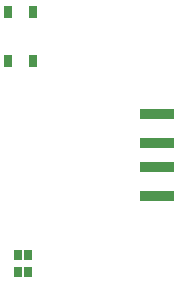
<source format=gbr>
%TF.GenerationSoftware,KiCad,Pcbnew,(6.0.0-rc1-458-g78ff9a857a)*%
%TF.CreationDate,2022-03-27T00:09:44+00:00*%
%TF.ProjectId,belamini_cape_C1,62656c61-6d69-46e6-995f-636170655f43,rev?*%
%TF.SameCoordinates,Original*%
%TF.FileFunction,Paste,Top*%
%TF.FilePolarity,Positive*%
%FSLAX46Y46*%
G04 Gerber Fmt 4.6, Leading zero omitted, Abs format (unit mm)*
G04 Created by KiCad (PCBNEW (6.0.0-rc1-458-g78ff9a857a)) date 2022-03-27 00:09:44*
%MOMM*%
%LPD*%
G01*
G04 APERTURE LIST*
%ADD10R,0.650000X1.050000*%
%ADD11R,3.000000X0.900000*%
%ADD12R,0.650000X0.850000*%
G04 APERTURE END LIST*
D10*
%TO.C,S1*%
X124666900Y-94241200D03*
X124666900Y-98391200D03*
X122516900Y-94241200D03*
X122516900Y-98391200D03*
%TD*%
D11*
%TO.C,J5*%
X135119100Y-102827250D03*
X135119100Y-105327250D03*
X135119100Y-107327250D03*
X135119100Y-109827250D03*
%TD*%
D12*
%TO.C,D5*%
X123370100Y-114793600D03*
X124220100Y-114793600D03*
X124220100Y-116243600D03*
X123370100Y-116243600D03*
%TD*%
M02*

</source>
